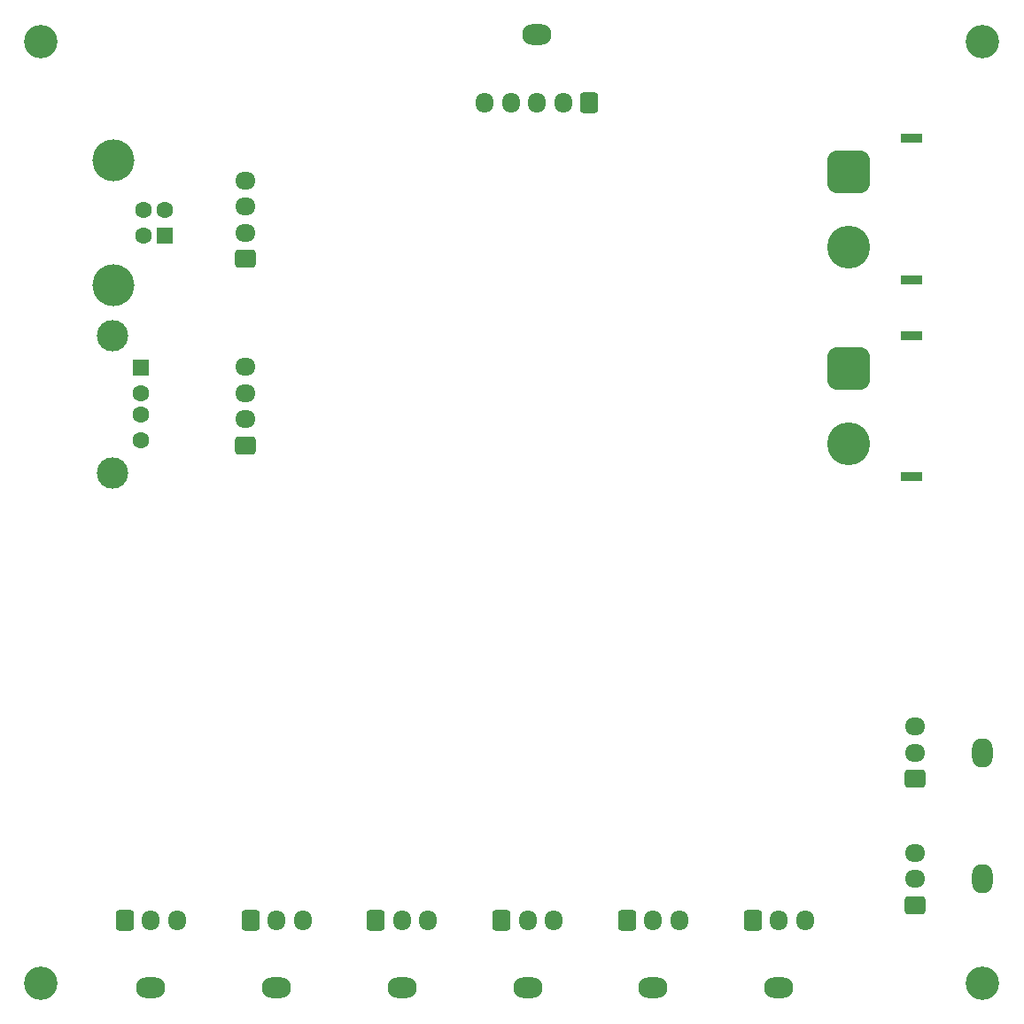
<source format=gbs>
%TF.GenerationSoftware,KiCad,Pcbnew,7.0.7*%
%TF.CreationDate,2024-01-23T17:49:01+09:00*%
%TF.ProjectId,ALTAIR_SERVO_MODULE_V1,414c5441-4952-45f5-9345-52564f5f4d4f,rev?*%
%TF.SameCoordinates,Original*%
%TF.FileFunction,Soldermask,Bot*%
%TF.FilePolarity,Negative*%
%FSLAX46Y46*%
G04 Gerber Fmt 4.6, Leading zero omitted, Abs format (unit mm)*
G04 Created by KiCad (PCBNEW 7.0.7) date 2024-01-23 17:49:01*
%MOMM*%
%LPD*%
G01*
G04 APERTURE LIST*
G04 Aperture macros list*
%AMRoundRect*
0 Rectangle with rounded corners*
0 $1 Rounding radius*
0 $2 $3 $4 $5 $6 $7 $8 $9 X,Y pos of 4 corners*
0 Add a 4 corners polygon primitive as box body*
4,1,4,$2,$3,$4,$5,$6,$7,$8,$9,$2,$3,0*
0 Add four circle primitives for the rounded corners*
1,1,$1+$1,$2,$3*
1,1,$1+$1,$4,$5*
1,1,$1+$1,$6,$7*
1,1,$1+$1,$8,$9*
0 Add four rect primitives between the rounded corners*
20,1,$1+$1,$2,$3,$4,$5,0*
20,1,$1+$1,$4,$5,$6,$7,0*
20,1,$1+$1,$6,$7,$8,$9,0*
20,1,$1+$1,$8,$9,$2,$3,0*%
G04 Aperture macros list end*
%ADD10O,2.800000X2.000000*%
%ADD11RoundRect,0.250000X-0.600000X-0.725000X0.600000X-0.725000X0.600000X0.725000X-0.600000X0.725000X0*%
%ADD12O,1.700000X1.950000*%
%ADD13R,1.500000X1.600000*%
%ADD14C,1.600000*%
%ADD15C,3.000000*%
%ADD16RoundRect,0.250000X0.725000X-0.600000X0.725000X0.600000X-0.725000X0.600000X-0.725000X-0.600000X0*%
%ADD17O,1.950000X1.700000*%
%ADD18O,2.000000X2.800000*%
%ADD19C,3.200000*%
%ADD20R,2.000000X0.900000*%
%ADD21RoundRect,1.025000X-1.025000X1.025000X-1.025000X-1.025000X1.025000X-1.025000X1.025000X1.025000X0*%
%ADD22C,4.100000*%
%ADD23R,1.600000X1.600000*%
%ADD24C,4.000000*%
%ADD25RoundRect,0.250000X0.600000X0.725000X-0.600000X0.725000X-0.600000X-0.725000X0.600000X-0.725000X0*%
G04 APERTURE END LIST*
D10*
%TO.C,J1*%
X120500000Y-140500000D03*
D11*
X118000000Y-134000000D03*
D12*
X120500000Y-134000000D03*
X123000000Y-134000000D03*
%TD*%
D13*
%TO.C,J11*%
X119550000Y-81175000D03*
D14*
X119550000Y-83675000D03*
X119550000Y-85675000D03*
X119550000Y-88175000D03*
D15*
X116840000Y-78105000D03*
X116840000Y-91245000D03*
%TD*%
D16*
%TO.C,J14*%
X129540000Y-70805000D03*
D17*
X129540000Y-68305000D03*
X129540000Y-65805000D03*
X129540000Y-63305000D03*
%TD*%
D10*
%TO.C,J5*%
X168500000Y-140500000D03*
D11*
X166000000Y-134000000D03*
D12*
X168500000Y-134000000D03*
X171000000Y-134000000D03*
%TD*%
D18*
%TO.C,J8*%
X200000000Y-118000000D03*
D16*
X193500000Y-120500000D03*
D17*
X193500000Y-118000000D03*
X193500000Y-115500000D03*
%TD*%
D19*
%TO.C,REF\u002A\u002A*%
X200000000Y-50000000D03*
%TD*%
D20*
%TO.C,J15*%
X193160000Y-78130000D03*
X193160000Y-91630000D03*
D21*
X187160000Y-81280000D03*
D22*
X187160000Y-88480000D03*
%TD*%
D23*
%TO.C,J12*%
X121787500Y-68595000D03*
D14*
X121787500Y-66095000D03*
X119787500Y-66095000D03*
X119787500Y-68595000D03*
D24*
X116927500Y-73345000D03*
X116927500Y-61345000D03*
%TD*%
D10*
%TO.C,J6*%
X180500000Y-140500000D03*
D11*
X178000000Y-134000000D03*
D12*
X180500000Y-134000000D03*
X183000000Y-134000000D03*
%TD*%
D20*
%TO.C,J9*%
X193160000Y-59290000D03*
X193160000Y-72790000D03*
D21*
X187160000Y-62440000D03*
D22*
X187160000Y-69640000D03*
%TD*%
D10*
%TO.C,J10*%
X157400000Y-49380000D03*
D25*
X162400000Y-55880000D03*
D12*
X159900000Y-55880000D03*
X157400000Y-55880000D03*
X154900000Y-55880000D03*
X152400000Y-55880000D03*
%TD*%
D16*
%TO.C,J13*%
X129540000Y-88645000D03*
D17*
X129540000Y-86145000D03*
X129540000Y-83645000D03*
X129540000Y-81145000D03*
%TD*%
D19*
%TO.C,REF\u002A\u002A*%
X200000000Y-140000000D03*
%TD*%
D10*
%TO.C,J3*%
X144500000Y-140500000D03*
D11*
X142000000Y-134000000D03*
D12*
X144500000Y-134000000D03*
X147000000Y-134000000D03*
%TD*%
D19*
%TO.C,REF\u002A\u002A*%
X110000000Y-50000000D03*
%TD*%
D10*
%TO.C,J4*%
X156500000Y-140500000D03*
D11*
X154000000Y-134000000D03*
D12*
X156500000Y-134000000D03*
X159000000Y-134000000D03*
%TD*%
D10*
%TO.C,J2*%
X132500000Y-140500000D03*
D11*
X130000000Y-134000000D03*
D12*
X132500000Y-134000000D03*
X135000000Y-134000000D03*
%TD*%
D19*
%TO.C,REF\u002A\u002A*%
X110000000Y-140000000D03*
%TD*%
D18*
%TO.C,J7*%
X200000000Y-130050000D03*
D16*
X193500000Y-132550000D03*
D17*
X193500000Y-130050000D03*
X193500000Y-127550000D03*
%TD*%
M02*

</source>
